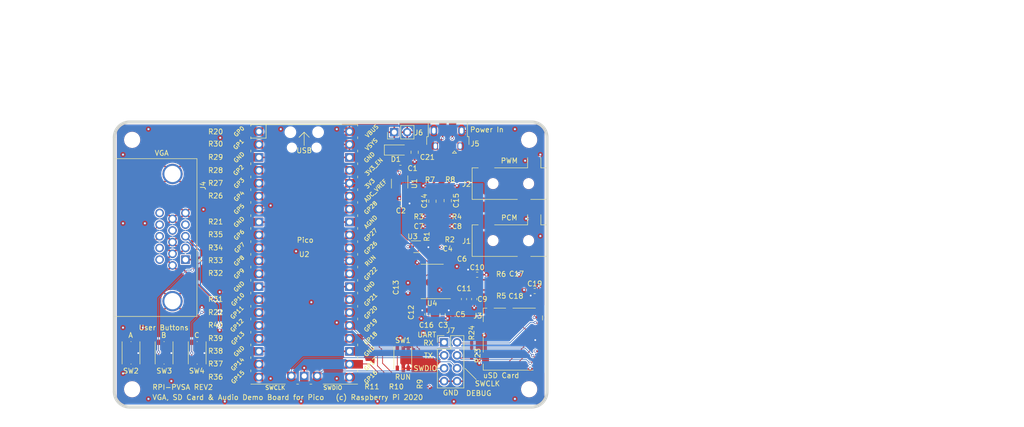
<source format=kicad_pcb>
(kicad_pcb (version 20221018) (generator pcbnew)
  (title_block (title "RPI-PVSA   VGA, SD Card & Audio Demo Board for Pico") (date "2020-07-10") (rev "REV2") (company "Raspberry Pi (Trading) Ltd") (comment 1 "(c) Raspberry Pi 2020"))
  (layers (0 "F.Cu" signal) (1 "In1.Cu" signal) (2 "In2.Cu" signal) (31 "B.Cu" signal) (34 "B.Paste" user) (35 "F.Paste" user) (36 "B.SilkS" user "B.Silkscreen") (37 "F.SilkS" user "F.Silkscreen") (38 "B.Mask" user) (39 "F.Mask" user) (44 "Edge.Cuts" user))
  (net 0 "")
  (net 1 "GND")
  (net 2 "/VSYS")
  (net 3 "+3.3VA")
  (net 4 "/PWM_LL")
  (net 5 "/PWM_RR")
  (net 6 "Net-(U4-VNEG)")
  (net 7 "Net-(U4-CAPP)")
  (net 8 "Net-(U4-CAPM)")
  (net 9 "+3.3V")
  (net 10 "Net-(U4-LDOO)")
  (net 11 "/PWM_AUDIO_L")
  (net 12 "/PWM_AUDIO_R")
  (net 13 "/PCM_AUDIO_R")
  (net 14 "/PCM_AUDIO_L")
  (net 15 "/SD_DAT1")
  (net 16 "/SD_DAT2")
  (net 22 "/VGA_B")
  (net 23 "/VGA_G")
  (net 24 "/VGA_R")
  (net 25 "/PWM_L")
  (net 26 "/PWM_R")
  (net 27 "/PCM_L")
  (net 28 "/PCM_R")
  (net 29 "/GPIO5")
  (net 30 "/GPIO16")
  (net 31 "/GPIO17")
  (net 32 "/GPIO18")
  (net 33 "/GPIO19")
  (net 34 "/GPIO20")
  (net 35 "/GPIO21")
  (net 36 "/GPIO22")
  (net 37 "/GPIO26")
  (net 38 "/GPIO27")
  (net 39 "/GPIO28")
  (net 40 "Net-(R20-Pad2)")
  (net 41 "/GPIO0")
  (net 42 "Net-(R21-Pad2)")
  (net 43 "/GPIO6")
  (net 44 "Net-(R22-Pad2)")
  (net 45 "/GPIO11")
  (net 46 "/GPIO4")
  (net 47 "/GPIO3")
  (net 48 "/GPIO2")
  (net 49 "/GPIO1")
  (net 50 "/GPIO10")
  (net 51 "/GPIO9")
  (net 52 "/GPIO8")
  (net 53 "/GPIO7")
  (net 54 "/GPIO15")
  (net 55 "/GPIO14")
  (net 56 "/GPIO13")
  (net 57 "/GPIO12")
  (net 58 "/RUN")
  (net 60 "+5V")
  (net 64 "VBUS")
  (net 69 "/VSYNC")
  (net 70 "/HSYNC")
  (net 71 "/SWCLK")
  (net 72 "/SWDIO")
  (footprint "Resistor_SMD:R_0402_1005Metric" (layer "F.Cu") (at 115.785 83.82)
    (fp_text reference "R31")
    (fp_text value "499")
  )
  (footprint "Resistor_SMD:R_0402_1005Metric" (layer "F.Cu") (at 115.785 88.9)
    (fp_text reference "R40")
    (fp_text value "8.06k")
  )
  (footprint "Resistor_SMD:R_0402_1005Metric" (layer "F.Cu") (at 115.785 91.44)
    (fp_text reference "R39")
    (fp_text value "4.02k")
  )
  (footprint "Resistor_SMD:R_0402_1005Metric" (layer "F.Cu") (at 115.785 93.98)
    (fp_text reference "R38")
    (fp_text value "2k")
  )
  (footprint "Resistor_SMD:R_0402_1005Metric" (layer "F.Cu") (at 115.785 78.74)
    (fp_text reference "R32")
    (fp_text value "1k")
  )
  (footprint "Resistor_SMD:R_0402_1005Metric" (layer "F.Cu") (at 115.785 99.06)
    (fp_text reference "R36")
    (fp_text value "499")
  )
  (footprint "Resistor_SMD:R_0402_1005Metric" (layer "F.Cu") (at 115.785 71.12)
    (fp_text reference "R35")
    (fp_text value "8.06k")
  )
  (footprint "Resistor_SMD:R_0402_1005Metric" (layer "F.Cu") (at 115.785 60.96)
    (fp_text reference "R27")
    (fp_text value "1k")
  )
  (footprint "Resistor_SMD:R_0402_1005Metric" (layer "F.Cu") (at 115.785 58.42)
    (fp_text reference "R28")
    (fp_text value "2k")
  )
  (footprint "Button_Switch_SMD:SW_Push_1P1T_NO_Vertical_Wuerth_434133025816" (layer "F.Cu") (at 150.175 95.325 90)
    (fp_text reference "SW1")
    (fp_text value "SW_Push")
  )
  (footprint "Resistor_SMD:R_0402_1005Metric" (layer "F.Cu") (at 115.785 96.52)
    (fp_text reference "R37")
    (fp_text value "1k")
  )
  (footprint "Resistor_SMD:R_0402_1005Metric" (layer "F.Cu") (at 115.785 76.2)
    (fp_text reference "R33")
    (fp_text value "2k")
  )
  (footprint "Resistor_SMD:R_0402_1005Metric" (layer "F.Cu") (at 115.785 68.58 180)
    (fp_text reference "R21")
    (fp_text value "1k")
  )
  (footprint "Resistor_SMD:R_0402_1005Metric" (layer "F.Cu") (at 115.785 86.36 180)
    (fp_text reference "R22")
    (fp_text value "1k")
  )
  (footprint "Resistor_SMD:R_0402_1005Metric" (layer "F.Cu") (at 155.515 61.5)
    (fp_text reference "R7")
    (fp_text value "1.8K")
  )
  (footprint "Resistor_SMD:R_0402_1005Metric" (layer "F.Cu") (at 158 72.015 -90)
    (fp_text reference "R2")
    (fp_text value "220")
  )
  (footprint "Resistor_SMD:R_0402_1005Metric" (layer "F.Cu") (at 156 72.015 -90)
    (fp_text reference "R1")
    (fp_text value "220")
  )
  (footprint "Connector_Card:microSD_HC_Molex_104031-0811" (layer "F.Cu") (at 171.8 91.645 -90)
    (fp_text reference "J3")
    (fp_text value "Micro_SD_Card")
  )
  (footprint "RPi_Pico:CUI_SJ-3523-audio-jack" (layer "F.Cu") (at 172.4 72.3 -90)
    (fp_text reference "J1")
    (fp_text value "AudioJack3")
  )
  (footprint "Capacitor_SMD:C_0402_1005Metric" (layer "F.Cu") (at 172.485 82)
    (fp_text reference "C18")
    (fp_text value "2.2n")
  )
  (footprint "Capacitor_SMD:C_0805_2012Metric" (layer "F.Cu") (at 159 64.4375 -90)
    (fp_text reference "C15")
    (fp_text value "47u")
  )
  (footprint "Capacitor_SMD:C_0805_2012Metric" (layer "F.Cu") (at 156 64.5625 -90)
    (fp_text reference "C14")
    (fp_text value "47u")
  )
  (footprint "Capacitor_SMD:C_0603_1608Metric" (layer "F.Cu") (at 158 86.7875 -90)
    (fp_text reference "C3")
    (fp_text value "10u")
  )
  (footprint "Capacitor_SMD:C_0603_1608Metric" (layer "F.Cu") (at 164.2 83.7875 -90)
    (fp_text reference "C9")
    (fp_text value "2.2u")
  )
  (footprint "Capacitor_SMD:C_0402_1005Metric" (layer "F.Cu") (at 153 86.485 -90)
    (fp_text reference "C12")
    (fp_text value "100n")
  )
  (footprint "Capacitor_SMD:C_0402_1005Metric" (layer "F.Cu") (at 150 81.515 90)
    (fp_text reference "C13")
    (fp_text value "100n")
  )
  (footprint "Capacitor_SMD:C_0603_1608Metric" (layer "F.Cu") (at 164.7875 79)
    (fp_text reference "C10")
    (fp_text value "10u")
  )
  (footprint "Capacitor_SMD:C_0603_1608Metric" (layer "F.Cu") (at 149.7875 65 180)
    (fp_text reference "C2")
    (fp_text value "1u")
  )
  (footprint "Capacitor_SMD:C_0603_1608Metric" (layer "F.Cu") (at 155 86.7875 -90)
    (fp_text reference "C16")
    (fp_text value "10u")
  )
  (footprint "Capacitor_SMD:C_0603_1608Metric" (layer "F.Cu") (at 162.2 83.7875 90)
    (fp_text reference "C11")
    (fp_text value "2.2u")
  )
  (footprint "Capacitor_SMD:C_0402_1005Metric" (layer "F.Cu") (at 156.515 73.6)
    (fp_text reference "C4")
    (fp_text value "100n")
  )
  (footprint "Resistor_SMD:R_0402_1005Metric" (layer "F.Cu") (at 159.485 61.5 180)
    (fp_text reference "R8")
    (fp_text value "1.8K")
  )
  (footprint "Resistor_SMD:R_0402_1005Metric" (layer "F.Cu") (at 155.515 67.5)
    (fp_text reference "R3")
    (fp_text value "100")
  )
  (footprint "Capacitor_SMD:C_0402_1005Metric" (layer "F.Cu") (at 162 77.515 90)
    (fp_text reference "C6")
    (fp_text value "100n")
  )
  (footprint "Capacitor_SMD:C_0402_1005Metric" (layer "F.Cu") (at 160 86.485 -90)
    (fp_text reference "C5")
    (fp_text value "100n")
  )
  (footprint "Capacitor_SMD:C_0402_1005Metric" (layer "F.Cu") (at 158.485 69.5)
    (fp_text reference "C8")
    (fp_text value "100n")
  )
  (footprint "Resistor_SMD:R_0402_1005Metric" (layer "F.Cu") (at 169.485 80 180)
    (fp_text reference "R6")
    (fp_text value "470")
  )
  (footprint "Resistor_SMD:R_0402_1005Metric" (layer "F.Cu") (at 169.515 82 180)
    (fp_text reference "R5")
    (fp_text value "470")
  )
  (footprint "Capacitor_SMD:C_0402_1005Metric" (layer "F.Cu") (at 172.515 80)
    (fp_text reference "C17")
    (fp_text value "2.2n")
  )
  (footprint "Capacitor_SMD:C_0402_1005Metric" (layer "F.Cu") (at 155.515 69.5 180)
    (fp_text reference "C7")
    (fp_text value "100n")
  )
  (footprint "Package_TO_SOT_SMD:SOT-363_SC-70-6" (layer "F.Cu") (at 153 73.5)
    (fp_text reference "U3")
    (fp_text value "NC7WZ16P6X")
  )
  (footprint "Button_Switch_SMD:SW_Push_1P1T_NO_Vertical_Wuerth_434133025816" (layer "F.Cu") (at 103.275 94.35 -90)
    (fp_text reference "SW3")
    (fp_text value "SW_Push")
  )
  (footprint "Package_SO:TSSOP-20_4.4x6.5mm_P0.65mm" (layer "F.Cu") (at 155.95 80.325 180)
    (fp_text reference "U4")
    (fp_text value "PCM5101A")
  )
  (footprint "Package_TO_SOT_SMD:SOT-23-5" (layer "F.Cu") (at 149.55 61.1 -90)
    (fp_text reference "U1")
    (fp_text value "TLV70033_SOT23-5")
  )
  (footprint "Button_Switch_SMD:SW_Push_1P1T_NO_Vertical_Wuerth_434133025816" (layer "F.Cu") (at 109.775 94.35 -90)
    (fp_text reference "SW4")
    (fp_text value "SW_Push")
  )
  (footprint "Resistor_SMD:R_0402_1005Metric" (layer "F.Cu") (at 115.785 55.88)
    (fp_text reference "R29")
    (fp_text value "4.02k")
  )
  (footprint "Resistor_SMD:R_0402_1005Metric" (layer "F.Cu") (at 115.785 53.34)
    (fp_text reference "R30")
    (fp_text value "8.06k")
  )
  (footprint "Resistor_SMD:R_0402_1005Metric" (layer "F.Cu") (at 115.785 50.8 180)
    (fp_text reference "R20")
    (fp_text value "1k")
  )
  (footprint "Button_Switch_SMD:SW_Push_1P1T_NO_Vertical_Wuerth_434133025816" (layer "F.Cu") (at 96.775 94.35 -90)
    (fp_text reference "SW2")
    (fp_text value "SW_Push")
  )
  (footprint "Resistor_SMD:R_0402_1005Metric" (layer "F.Cu") (at 158.485 67.5 180)
    (fp_text reference "R4")
    (fp_text value "100")
  )
  (footprint "Capacitor_SMD:C_0603_1608Metric" (layer "F.Cu") (at 149.7125 58 180)
    (fp_text reference "C1")
    (fp_text value "1u")
  )
  (footprint "Capacitor_SMD:C_0805_2012Metric" (layer "F.Cu") (at 152.5 54.9375 90)
    (fp_text reference "C21")
    (fp_text value "47u")
  )
  (footprint "Connector_PinHeader_2.54mm:PinHeader_1x02_P2.54mm_Vertical" (layer "F.Cu") (at 148.5 51 90)
    (fp_text reference "J6")
    (fp_text value "Conn_01x02")
  )
  (footprint "RPi_Pico:USB_Micro-B_Amphenol_10103594-0001LF_Horizontal_modified" (layer "F.Cu") (at 159 50.7 180)
    (fp_text reference "J5")
    (fp_text value "USB_B_Micro")
  )
  (footprint "MountingHole:MountingHole_2.7mm_M2.5" (layer "F.Cu") (at 175 101.5)
    (fp_text reference "H3" hide)
    (fp_text value "MountingHole")
  )
  (footprint "MountingHole:MountingHole_2.7mm_M2.5" (layer "F.Cu") (at 97 101.5)
    (fp_text reference "H4" hide)
    (fp_text value "MountingHole")
  )
  (footprint "MountingHole:MountingHole_2.7mm_M2.5" (layer "F.Cu") (at 175 52.5)
    (fp_text reference "H1" hide)
    (fp_text value "MountingHole")
  )
  (footprint "RPi_Pico:MBR120_SOD-123" (layer "F.Cu") (at 148.85 54.5)
    (fp_text reference "D1")
    (fp_text value "MBR120")
  )
  (footprint "RPi_Pico:CUI_SJ-3523-audio-jack" (layer "F.Cu") (at 172.4 61.1 -90)
    (fp_text reference "J2")
    (fp_text value "AudioJack3")
  )
  (footprint "Resistor_SMD:R_0402_1005Metric" (layer "F.Cu") (at 115.785 63.5)
    (fp_text reference "R26")
    (fp_text value "499")
  )
  (footprint "MountingHole:MountingHole_2.7mm_M2.5" (layer "F.Cu") (at 97 52.5)
    (fp_text reference "H2" hide)
    (fp_text value "MountingHole")
  )
  (footprint "Connector_PinHeader_2.54mm:PinHeader_2x04_P2.54mm_Vertical" (layer "F.Cu") (at 158.3 92.3)
    (fp_text reference "J7")
    (fp_text value "Conn_02x03_Odd_Even")
  )
  (footprint "Capacitor_SMD:C_0603_1608Metric" (layer "F.Cu") (at 176.0875 82.2)
    (fp_text reference "C19")
    (fp_text value "10u")
  )
  (footprint "Resistor_SMD:R_0402_1005Metric" (layer "F.Cu") (at 147 100.285 90)
    (fp_text reference "R10")
    (fp_text value "47")
  )
  (footprint "Resistor_SMD:R_0402_1005Metric" (layer "F.Cu") (at 154.7 100.485 90)
    (fp_text reference "R9")
    (fp_text value "DNF")
  )
  (footprint "Resistor_SMD:R_0402_1005Metric" (layer "F.Cu") (at 145.8 100.285 90)
    (fp_text reference "R11")
    (fp_text value "47")
  )
  (footprint "Resistor_SMD:R_0402_1005Metric" (layer "F.Cu") (at 163.7 92.885 -90)
    (fp_text reference "R23")
    (fp_text value "10k")
  )
  (footprint "Resistor_SMD:R_0402_1005Metric" (layer "F.Cu") (at 163.7 94.885 90)
    (fp_text reference "R24")
    (fp_text value "10k")
  )
  (footprint "Resistor_SMD:R_0402_1005Metric" (layer "F.Cu") (at 115.785 73.66)
    (fp_text reference "R34")
    (fp_text value "4.02k")
  )
  (footprint "RPi_Pico:DSUB-15-L77HDE15SD1CH4F" (layer "F.Cu") (at 93.5 71.7 90)
    (fp_text reference "J4")
    (fp_text value "L77HDE15SD1CH4F")
  )
  (footprint "RaspberryPi_Pico_SMD:RPi_Pico_SMD" (layer "F.Cu") (at 130.81 75)
    (fp_text reference "U2")
    (fp_text value "Pico")
  )
  (gr_line (start 129.8 52) (end 130.8 51) (stroke (width 0.12)) (layer "F.SilkS"))
  (gr_line (start 131.8 52) (end 130.8 51) (stroke (width 0.12)) (layer "F.SilkS"))
  (gr_line (start 162.4 97.4) (end 164.6 99.6) (stroke (width 0.12)) (layer "F.SilkS"))
  (gr_line (start 130.8 51) (end 129.8 52) (stroke (width 0.12)) (layer "F.SilkS"))
  (gr_line (start 130.8 53.6) (end 130.8 51) (stroke (width 0.12)) (layer "F.SilkS"))
  (gr_line (start 96.5 49) (end 96.5 49) (stroke (width 0.05)) (layer "Edge.Cuts"))
  (gr_line (start 96.5 49) (end 175.5 49) (stroke (width 0.6)) (layer "Edge.Cuts"))
  (gr_arc (start 175.5 49) (mid 177.62132 49.87868) (end 178.5 52) (stroke (width 0.6)) (layer "Edge.Cuts"))
  (gr_line (start 178.5 52) (end 178.5 102) (stroke (width 0.6)) (layer "Edge.Cuts"))
  (gr_line (start 175.5 105) (end 96.5 105) (stroke (width 0.6)) (layer "Edge.Cuts"))
  (gr_line (start 93.5 102) (end 93.5 52) (stroke (width 0.6)) (layer "Edge.Cuts"))
  (gr_arc (start 178.5 102) (mid 177.62132 104.12132) (end 175.5 105) (stroke (width 0.6)) (layer "Edge.Cuts"))
  (gr_arc (start 96.5 105) (mid 94.37868 104.12132) (end 93.5 102) (stroke (width 0.6)) (layer "Edge.Cuts"))
  (gr_arc (start 93.5 52) (mid 94.37868 49.87868) (end 96.5 49) (stroke (width 0.6)) (layer "Edge.Cuts"))
  (gr_text "VGA, SD Card & Audio Demo Board for Pico   (c) Raspberry Pi 2020" (at 100.9 103.1) (layer "F.SilkS") (effects (font (size 1 1)) (justify left)))
  (gr_text "RPI-PVSA REV2" (at 100.9 101.1) (layer "F.SilkS") (effects (font (size 1 1)) (justify left)))
  (gr_text "SWDIO" (at 154.6 97.4) (layer "F.SilkS") (effects (font (size 1 1))))
  (gr_text "Power In\n" (at 166.7 50.5) (layer "F.SilkS") (effects (font (size 1 1))))
  (gr_text "C" (at 109.7 90.9) (layer "F.SilkS") (effects (font (size 1 1))))
  (gr_text "SWCLK" (at 166.8 100.4) (layer "F.SilkS") (effects (font (size 1 1))))
  (gr_text "uSD Card" (at 169.5 98.8) (layer "F.SilkS") (effects (font (size 1 1))))
  (gr_text "Pico" (at 131 72.2) (layer "F.SilkS") (effects (font (size 1 1))))
  (gr_text "PWM" (at 171.1 56.6) (layer "F.SilkS") (effects (font (size 1 1))))
  (gr_text "VGA" (at 102.8 55.1) (layer "F.SilkS") (effects (font (size 1 1))))
  (gr_text "A" (at 96.7 90.9) (layer "F.SilkS") (effects (font (size 1 1))))
  (gr_text "B" (at 103.2 90.9) (layer "F.SilkS") (effects (font (size 1 1))))
  (gr_text "RUN" (at 150.2 99.1) (layer "F.SilkS") (effects (font (size 1 1))))
  (gr_text "GND" (at 159.6 102.2) (layer "F.SilkS") (effects (font (size 1 1))))
  (gr_text "PCM" (at 171.1 67.8) (layer "F.SilkS") (effects (font (size 1 1))))
  (gr_text "DEBUG" (at 165.1 102.3) (layer "F.SilkS") (effects (font (size 1 1))))
  (gr_text "User Buttons" (at 103.2 89.4) (layer "F.SilkS") (effects (font (size 1 1))))
  (gr_text "USB" (at 130.8 54.6) (layer "F.SilkS") (effects (font (size 1 1))))
  (gr_text "UART" (at 154.9 90.8) (layer "F.SilkS") (effects (font (size 1 1))))
  (gr_text "TX" (at 155.2 94.9) (layer "F.SilkS") (effects (font (size 1 1))))
  (gr_text "RX" (at 155.2 92.4) (layer "F.SilkS") (effects (font (size 1 1))))
  (segment (start 164.2 85.0125) (end 164.2 85.5) (width 0.15) (layer "F.Cu") (net 1))
  (segment (start 149.5 59) (end 149.5 58.9) (width 0.3) (layer "F.Cu") (net 1))
  (segment (start 150 80.735) (end 150 81.03) (width 0.15) (layer "F.Cu") (net 1))
  (segment (start 162 77.03) (end 161.17 77.03) (width 0.15) (layer "F.Cu") (net 1))
  (segment (start 153 77.4) (end 153 77.025) (width 0.15) (layer "F.Cu") (net 1))
  (segment (start 155.03 67.5) (end 154.2 67.5) (width 0.15) (layer "F.Cu") (net 1))
  (segment (start 153 86.97) (end 153.17 86.97) (width 0.15) (layer "F.Cu") (net 1))
  (segment (start 153 77.025) (end 153 76.6) (width 0.15) (layer "F.Cu") (net 1))
  (segment (start 172.97 82) (end 174 82) (width 0.15) (layer "F.Cu") (net 1))
  (segment (start 157.45 81.95) (end 157.4 82) (width 0.5) (layer "F.Cu") (net 1))
  (segment (start 176.24 94.04) (end 176.2 94) (width 0.3) (layer "F.Cu") (net 1))
  (segment (start 153 80.65) (end 151.25 80.65) (width 0.5) (layer "F.Cu") (net 1))
  (segment (start 148.925 58) (end 148.925 58.325) (width 0.3) (layer "F.Cu") (net 1))
  (segment (start 155 87.575) (end 154.525 87.575) (width 0.15) (layer "F.Cu") (net 1))
  (segment (start 158 50.45) (end 158 52) (width 0.3) (layer "F.Cu") (net 1))
  (segment (start 151.15 80.65) (end 151.2 80.6) (width 0.15) (layer "F.Cu") (net 1))
  (segment (start 173 80) (end 173 79) (width 0.15) (layer "F.Cu") (net 1))
  (segment (start 153 78.05) (end 153 77.4) (width 0.15) (layer "F.Cu") (net 1))
  (segment (start 148.925 58.325) (end 149.5 58.9) (width 0.3) (layer "F.Cu") (net 1))
  (segment (start 153 80.65) (end 151.15 80.65) (width 0.15) (layer "F.Cu") (net 1))
  (segment (start 176 68) (end 174.75 68) (width 0.15) (layer "F.Cu") (net 1))
  (segment (start 158.9 77.4) (end 160.8 77.4) (width 0.5) (layer "F.Cu") (net 1))
  (segment (start 155.03 61.5) (end 154.2 61.5) (width 0.15) (layer "F.Cu") (net 1))
  (segment (start 154.7 100.97) (end 155.47 100.97) (width 0.15) (layer "F.Cu") (net 1))
  (segment (start 176.875 82.2) (end 176.875 81.225) (width 0.15) (layer "F.Cu") (net 1))
  (segment (start 159.97 61.5) (end 160.8 61.5) (width 0.15) (layer "F.Cu") (net 1))
  (segment (start 177.25 94.04) (end 176.24 94.04) (width 0.3) (layer "F.Cu") (net 1))
  (segment (start 159.58 86.97) (end 158.975 87.575) (width 0.15) (layer "F.Cu") (net 1))
  (segment (start 155.03 69.5) (end 154.2 69.5) (width 0.15) (layer "F.Cu") (net 1))
  (segment (start 164.2 84.575) (end 164.2 85.0125) (width 0.15) (layer "F.Cu") (net 1))
  (segment (start 152.5 55.875) (end 152.5 56.8) (width 0.3) (layer "F.Cu") (net 1))
  (segment (start 153 78.05) (end 153 76.6) (width 0.5) (layer "F.Cu") (net 1))
  (segment (start 166.425 95.375) (end 165.6 95.375) (width 0.15) (layer "F.Cu") (net 1))
  (segment (start 158 87.575) (end 158.975 87.575) (width 0.15) (layer "F.Cu") (net 1))
  (segment (start 149.4 64.1) (end 149.5 64) (width 0.3) (layer "F.Cu") (net 1))
  (segment (start 159.92 50.45) (end 159.92 52) (width 0.3) (layer "F.Cu") (net 1))
  (segment (start 174.75 68) (end 174.4 68) (width 0.15) (layer "F.Cu") (net 1))
  (segment (start 165.2 95.775) (end 165.2 96.4) (width 0.15) (layer "F.Cu") (net 1))
  (segment (start 158.9 78.05) (end 158.9 77.4) (width 0.5) (layer "F.Cu") (net 1))
  (segment (start 174.75 56.6) (end 174.2 56.6) (width 0.15) (layer "F.Cu") (net 1))
  (segment (start 149 64.525) (end 149.4 64.125) (width 0.3) (layer "F.Cu") (net 1))
  (segment (start 158.97 67.5) (end 159.8 67.5) (width 0.15) (layer "F.Cu") (net 1))
  (segment (start 159.9 52.02) (end 159.9 52.2) (width 0.3) (layer "F.Cu") (net 1))
  (segment (start 151.15 80.65) (end 150.085 80.65) (width 0.15) (layer "F.Cu") (net 1))
  (segment (start 150.085 80.65) (end 150 80.735) (width 0.15) (layer "F.Cu") (net 1))
  (segment (start 177.125 86.08) (end 176.02 86.08) (width 0.15) (layer "F.Cu") (net 1))
  (segment (start 157.66 52.54) (end 158 52.2) (width 0.3) (layer "F.Cu") (net 1))
  (segment (start 158.9 81.95) (end 157.45 81.95) (width 0.5) (layer "F.Cu") (net 1))
  (segment (start 165.6 95.375) (end 165.2 95.775) (width 0.15) (layer "F.Cu") (net 1))
  (segment (start 149.55 59.05) (end 149.5 59) (width 0.3) (layer "F.Cu") (net 1))
  (segment (start 149.4 64.125) (end 149.4 64.1) (width 0.3) (layer "F.Cu") (net 1))
  (segment (start 157 73.6) (end 157.8 73.6) (width 0.15) (layer "F.Cu") (net 1))
  (segment (start 153.17 86.97) (end 153.8 87.6) (width 0.15) (layer "F.Cu") (net 1))
  (segment (start 154.5 87.6) (end 153.8 87.6) (width 0.15) (layer "F.Cu") (net 1))
  (segment (start 149 65) (end 149 64.525) (width 0.3) (layer "F.Cu") (net 1))
  (segment (start 151.25 80.65) (end 151.2 80.6) (width 0.5) (layer "F.Cu") (net 1))
  (segment (start 158 52) (end 158 52.2) (width 0.3) (layer "F.Cu") (net 1))
  (segment (start 154.525 87.575) (end 154.5 87.6) (width 0.15) (layer "F.Cu") (net 1))
  (segment (start 160 86.97) (end 159.58 86.97) (width 0.15) (layer "F.Cu") (net 1))
  (segment (start 165.575 79) (end 166.6 79) (width 0.15) (layer "F.Cu") (net 1))
  (segment (start 149.55 60) (end 149.55 59.05) (width 0.3) (layer "F.Cu") (net 1))
  (segment (start 159.92 52) (end 159.9 52.02) (width 0.3) (layer "F.Cu") (net 1))
  (segment (start 176 56.6) (end 174.75 56.6) (width 0.15) (layer "F.Cu") (net 1))
  (segment (start 176.87 86.4) (end 176.875 86.405) (width 0.5) (layer "F.Cu") (net 1))
  (segment (start 152.05 73.5) (end 151.2 73.5) (width 0.5) (layer "F.Cu") (net 1))
  (segment (start 166.425 89.405) (end 166.425 90.675) (width 0.15) (layer "F.Cu") (net 1))
  (segment (start 176.02 86.08) (end 176.02 87.4) (width 0.15) (layer "F.Cu") (net 1))
  (segment (start 161.17 77.03) (end 160.8 77.4) (width 0.15) (layer "F.Cu") (net 1))
  (segment (start 158.97 69.5) (end 159.8 69.5) (width 0.15) (layer "F.Cu") (net 1))
  (segment (start 166.425 90.675) (end 166.2 90.9) (width 0.15) (layer "F.Cu") (net 1))
  (segment (start 153 82.6) (end 151.2 82.6) (width 0.5) (layer "F.Cu") (net 1))
  (segment (start 176.9 97.4) (end 175.2 97.4) (width 0.15) (layer "F.Cu") (net 1))
  (segment (start 157.66 53.6) (end 157.66 52.54) (width 0.3) (layer "F.Cu") (net 1))
  (via (at 126.2 50.4) (size 0.6) (drill 0.35) (layers "F.Cu" "B.Cu") (net 1))
  (via (at 137.2 50.4) (size 0.6) (drill 0.35) (layers "F.Cu" "B.Cu") (net 1))
  (via (at 124.2 65.4) (size 0.6) (drill 0.35) (layers "F.Cu" "B.Cu") (net 1))
  (via (at 132.2 84.4) (size 0.6) (drill 0.35) (layers "F.Cu" "B.Cu") (net 1))
  (via (at 137.2 88.4) (size 0.6) (drill 0.35) (layers "F.Cu" "B.Cu") (net 1))
  (via (at 129.2 74.4) (size 0.6) (drill 0.35) (layers "F.Cu" "B.Cu") (net 1))
  (via (at 124.2 99.4) (size 0.6) (drill 0.35) (layers "F.Cu" "B.Cu") (net 1))
  (via (at 137.2 99.4) (size 0.6) (drill 0.35) (layers "F.Cu" "B.Cu") (net 1))
  (via (at 95.2 89.4) (size 0.6) (drill 0.35) (layers "F.Cu" "B.Cu") (net 1))
  (via (at 95.2 98.4) (size 0.6) (drill 0.35) (layers "F.Cu" "B.Cu") (net 1))
  (via (at 100.2 103.4) (size 0.6) (drill 0.35) (layers "F.Cu" "B.Cu") (net 1))
  (via (at 115.2 103.9) (size 0.6) (drill 0.35) (layers "F.Cu" "B.Cu") (net 1))
  (via (at 130.2 103.9) (size 0.6) (drill 0.35) (layers "F.Cu" "B.Cu") (net 1))
  (via (at 145.2 103.9) (size 0.6) (drill 0.35) (layers "F.Cu" "B.Cu") (net 1))
  (via (at 160.2 103.9) (size 0.6) (drill 0.35) (layers "F.Cu" "B.Cu") (net 1))
  (via (at 172.2 103.4) (size 0.6) (drill 0.35) (layers "F.Cu" "B.Cu") (net 1))
  (via (at 100.2 50.4) (size 0.6) (drill 0.35) (layers "F.Cu" "B.Cu") (net 1))
  (via (at 95.2 55.4) (size 0.6) (drill 0.35) (layers "F.Cu" "B.Cu") (net 1))
  (via (at 95.2 68.9) (size 0.6) (drill 0.35) (layers "F.Cu" "B.Cu") (net 1))
  (via (at 172.2 50.4) (size 0.6) (drill 0.35) (layers "F.Cu" "B.Cu") (net 1))
  (via (at 177.2 55.4) (size 0.6) (drill 0.35) (layers "F.Cu" "B.Cu") (net 1))
  (via (at 177.2 71.4) (size 0.6) (drill 0.35) (layers "F.Cu" "B.Cu") (net 1))
  (via (at 154.2 90.4) (size 0.6) (drill 0.35) (layers "F.Cu" "B.Cu") (net 1))
  (via (at 149.7 91.4) (size 0.6) (drill 0.35) (layers "F.Cu" "B.Cu") (net 1))
  (via (at 110.7 85.4) (size 0.6) (drill 0.35) (layers "F.Cu" "B.Cu") (net 1))
  (via (at 114.2 82.4) (size 0.6) (drill 0.35) (layers "F.Cu" "B.Cu") (net 1))
  (via (at 114.2 89.9) (size 0.6) (drill 0.35) (layers "F.Cu" "B.Cu") (net 1))
  (via (at 104.7 99.9) (size 0.6) (drill 0.35) (layers "F.Cu" "B.Cu") (net 1))
  (via (at 130.8 97.3) (size 0.6) (drill 0.35) (layers "F.Cu" "B.Cu") (net 1))
  (via (at 99.5 68.9) (size 0.6) (drill 0.35) (layers "F.Cu" "B.Cu") (net 1))
  (via (at 99.1 89.4) (size 0.6) (drill 0.35) (layers "F.Cu" "B.Cu") (net 1))
  (via (at 114.3 52.1) (size 0.6) (drill 0.35) (layers "F.Cu" "B.Cu") (net 1))
  (via (at 111 66.2) (size 0.6) (drill 0.35) (layers "F.Cu" "B.Cu") (net 1))
  (via (at 159.8 67.5) (size 0.6) (drill 0.35) (layers "F.Cu" "B.Cu") (net 1))
  (via (at 157.8 73.6) (size 0.6) (drill 0.35) (layers "F.Cu" "B.Cu") (net 1))
  (via (at 176.2 94) (size 0.6) (drill 0.35) (layers "F.Cu" "B.Cu") (net 1))
  (via (at 165.2 96.4) (size 0.6) (drill 0.35) (layers "F.Cu" "B.Cu") (net 1))
  (via (at 158 52.2) (size 0.6) (drill 0.35) (layers "F.Cu" "B.Cu") (net 1))
  (via (at 174.2 56.6) (size 0.6) (drill 0.35) (layers "F.Cu" "B.Cu") (net 1))
  (via (at 173 79) (size 0.6) (drill 0.35) (layers "F.Cu" "B.Cu") (net 1))
  (via (at 175.2 97.4) (size 0.6) (drill 0.35) (layers "F.Cu" "B.Cu") (net 1))
  (via (at 176.02 87.4) (size 0.6) (drill 0.35) (layers "F.Cu" "B.Cu") (net 1))
  (via (at 176.875 81.225) (size 0.6) (drill 0.35) (layers "F.Cu" "B.Cu") (net 1))
  (via (at 152.5 56.8) (size 0.6) (drill 0.35) (layers "F.Cu" "B.Cu") (net 1))
  (via (at 157.4 82) (size 0.6) (drill 0.35) (layers "F.Cu" "B.Cu") (net 1))
  (via (at 153.8 87.6) (size 0.6) (drill 0.35) (layers "F.Cu" "B.Cu") (net 1))
  (via (at 174 82) (size 0.6) (drill 0.35) (layers "F.Cu" "B.Cu") (net 1))
  (via (at 160.8 61.5) (size 0.6) (drill 0.35) (layers "F.Cu" "B.Cu") (net 1))
  (via (at 159.8 69.5) (size 0.6) (drill 0.35) (layers "F.Cu" "B.Cu") (net 1))
  (via (at 154.2 67.5) (size 0.6) (drill 0.35) (layers "F.Cu" "B.Cu") (net 1))
  (via (at 159.9 52.2) (size 0.6) (drill 0.35) (layers "F.Cu" "B.Cu") (net 1))
  (via (at 160.8 77.4) (size 0.6) (drill 0.35) (layers "F.Cu" "B.Cu") (net 1))
  (via (at 164.2 85.5) (size 0.6) (drill 0.35) (layers "F.Cu" "B.Cu") (net 1))
  (via (at 151.2 80.6) (size 0.6) (drill 0.35) (layers "F.Cu" "B.Cu") (net 1))
  (via (at 154.2 69.5) (size 0.6) (drill 0.35) (layers "F.Cu" "B.Cu") (net 1))
  (via (at 174.4 68) (size 0.6) (drill 0.35) (layers "F.Cu" "B.Cu") (net 1))
  (via (at 149.5 64) (size 0.6) (drill 0.35) (layers "F.Cu" "B.Cu") (net 1))
  (via (at 166.6 79) (size 0.6) (drill 0.35) (layers "F.Cu" "B.Cu") (net 1))
  (via (at 166.2 90.9) (size 0.6) (drill 0.35) (layers "F.Cu" "B.Cu") (net 1))
  (via (at 154.2 61.5) (size 0.6) (drill 0.35) (layers "F.Cu" "B.Cu") (net 1))
  (via (at 151.2 82.6) (size 0.6) (drill 0.35) (layers "F.Cu" "B.Cu") (net 1))
  (via (at 158.975 87.575) (size 0.6) (drill 0.35) (layers "F.Cu" "B.Cu") (net 1))
  (via (at 153 76.6) (size 0.6) (drill 0.35) (layers "F.Cu" "B.Cu") (net 1))
  (via (at 149.5 58.9) (size 0.6) (drill 0.35) (layers "F.Cu" "B.Cu") (net 1))
  (via (at 151.2 73.5) (size 0.6) (drill 0.35) (layers "F.Cu" "B.Cu") (net 1))
  (via (at 155.47 100.97) (size 0.6) (drill 0.35) (layers "F.Cu" "B.Cu") (net 1))
  (segment (start 150.575 62.275) (end 150.5 62.2) (width 0.5) (layer "F.Cu") (net 3))
  (segment (start 160 84.35) (end 158.9 83.25) (width 0.5) (layer "F.Cu") (net 3))
  (segment (start 155.1 73.5) (end 155.93 73.5) (width 0.5) (layer "F.Cu") (net 3))
  (segment (start 162 78) (end 163 78) (width 0.5) (layer "F.Cu") (net 3))
  (segment (start 160 86) (end 159.20001 86) (width 0.5) (layer "F.Cu") (net 3))
  (segment (start 161.3 78.7) (end 162 78) (width 0.5) (layer "F.Cu") (net 3))
  (segment (start 155.93 73.5) (end 156.03 73.6) (width 0.5) (layer "F.Cu") (net 3))
  (segment (start 160 86) (end 160 84.35) (width 0.5) (layer "F.Cu") (net 3))
  (segment (start 153.95 73.5) (end 155.1 73.5) (width 0.5) (layer "F.Cu") (net 3))
  (segment (start 155.1 73.5) (end 155.2 73.6) (width 0.5) (layer "F.Cu") (net 3))
  (segment (start 158 86) (end 159.20001 86) (width 0.5) (layer "F.Cu") (net 3))
  (segment (start 150.575 65) (end 151.5 65) (width 0.5) (layer "F.Cu") (net 3))
  (segment (start 163 78) (end 164 79) (width 0.5) (layer "F.Cu") (net 3))
  (segment (start 158.9 78.7) (end 161.3 78.7) (width 0.5) (layer "F.Cu") (net 3))
  (segment (start 150.575 65) (end 150.575 62.275) (width 0.5) (layer "F.Cu") (net 3))
  (via (at 159.20001 86) (size 0.6) (drill 0.35) (layers "F.Cu" "B.Cu") (net 3))
  (via (at 163 78) (size 0.6) (drill 0.35) (layers "F.Cu" "B.Cu") (net 3))
  (via (at 155.2 73.6) (size 0.6) (drill 0.35) (layers "F.Cu" "B.Cu") (net 3))
  (via (at 151.5 65) (size 0.6) (drill 0.35) (layers "F.Cu" "B.Cu") (net 3))
  (segment (start 156 67.5) (end 156 65.5) (width 0.15) (layer "F.Cu") (net 4))
  (segment (start 156 69.5) (end 156 67.5) (width 0.15) (layer "F.Cu") (net 4))
  (segment (start 156 71.53) (end 156 69.5) (width 0.3) (layer "F.Cu") (net 4))
  (segment (start 156 65.5) (end 156 69.5) (width 0.3) (layer "F.Cu") (net 4))
  (segment (start 158 66.375) (end 159 65.375) (width 0.3) (layer "F.Cu") (net 5))
  (segment (start 158 67.5) (end 158 66.375) (width 0.3) (layer "F.Cu") (net 5))
  (segment (start 158 71.53) (end 158 69.5) (width 0.3) (layer "F.Cu") (net 5))
  (segment (start 158 69.5) (end 158 67.5) (width 0.3) (layer "F.Cu") (net 5))
  (segment (start 164.2 82.5625) (end 162.2875 80.65) (width 0.15) (layer "F.Cu") (net 6))
  (segment (start 162.2875 80.65) (end 159.775 80.65) (width 0.15) (layer "F.Cu") (net 6))
  (segment (start 164.2 83) (end 164.2 82.5625) (width 0.15) (layer "F.Cu") (net 6))
  (segment (start 159.775 80.65) (end 158.9 80.65) (width 0.15) (layer "F.Cu") (net 6))
  (segment (start 161.725 84.575) (end 159.75 82.6) (width 0.15) (layer "F.Cu") (net 7))
  (segment (start 159.75 82.6) (end 158.9 82.6) (width 0.15) (layer "F.Cu") (net 7))
  (segment (start 162.2 84.575) (end 161.725 84.575) (width 0.15) (layer "F.Cu") (net 7))
  (segment (start 162.2 83) (end 162.2 82.5625) (width 0.15) (layer "F.Cu") (net 8))
  (segment (start 160.9375 81.3) (end 159.775 81.3) (width 0.15) (layer "F.Cu") (net 8))
  (segment (start 162.2 82.5625) (end 160.9375 81.3) (width 0.15) (layer "F.Cu") (net 8))
  (segment (start 159.775 81.3) (end 158.9 81.3) (width 0.15) (layer "F.Cu") (net 8))
  (segment (start 154.3 81.3) (end 154.6 81.6) (width 0.2) (layer "F.Cu") (net 9))
  (segment (start 97.85 94.75) (end 98.2 94.4) (width 0.15) (layer "F.Cu") (net 9))
  (segment (start 163.7 93.37) (end 163.7 94.4) (width 0.15) (layer "F.Cu") (net 9))
  (segment (start 98 94.4) (end 98.2 94.4) (width 0.15) (layer "F.Cu") (net 9))
  (segment (start 110.85 96.425) (end 110.85 94.75) (width 0.15) (layer "F.Cu") (net 9))
  (segment (start 177.25 91.84) (end 176.2 91.84) (width 0.3) (layer "F.Cu") (net 9))
  (segment (start 104.35 96.425) (end 104.35 94.75) (width 0.15) (layer "F.Cu") (net 9))
  (segment (start 155 86) (end 154 86) (width 0.5) (layer "F.Cu") (net 9))
  (segment (start 153 81.3) (end 154.3 81.3) (width 0.2) (layer "F.Cu") (net 9))
  (segment (start 97.85 94.25) (end 98 94.4) (width 0.15) (layer "F.Cu") (net 9))
  (segment (start 110.85 94.75) (end 111.2 94.4) (width 0.15) (layer "F.Cu") (net 9))
  (segment (start 163.7 94.4) (end 164.699996 94.4) (width 0.15) (layer "F.Cu") (net 9))
  (segment (start 104.35 92.275) (end 104.35 94.05) (width 0.15) (layer "F.Cu") (net 9))
  (segment (start 104.35 94.05) (end 104.7 94.4) (width 0.15) (layer "F.Cu") (net 9))
  (segment (start 110.85 94.05) (end 111.2 94.4) (width 0.15) (layer "F.Cu") (net 9))
  (segment (start 154.6 83) (end 154.6 81.6) (width 0.2) (layer "F.Cu") (net 9))
  (segment (start 164.699996 94.4) (end 164.7 94.399996) (width 0.15) (layer "F.Cu") (net 9))
  (segment (start 154 86) (end 153 86) (width 0.5) (layer "F.Cu") (net 9))
  (segment (start 110.85 92.275) (end 110.85 94.05) (width 0.15) (layer "F.Cu") (net 9))
  (segment (start 154.35 83.25) (end 154.6 83) (width 0.2) (layer "F.Cu") (net 9))
  (segment (start 97.85 92.275) (end 97.85 94.25) (width 0.15) (layer "F.Cu") (net 9))
  (segment (start 153 83.25) (end 154.35 83.25) (width 0.2) (layer "F.Cu") (net 9))
  (segment (start 175.3 82.2) (end 175.3 82.675) (width 0.15) (layer "F.Cu") (net 9))
  (segment (start 97.85 96.425) (end 97.85 94.75) (width 0.15) (layer "F.Cu") (net 9))
  (segment (start 153 83.25) (end 153 86) (width 0.5) (layer "F.Cu") (net 9))
  (segment (start 104.35 94.75) (end 104.7 94.4) (width 0.15) (layer "F.Cu") (net 9))
  (segment (start 175.3 82.675) (end 175.3 83.1) (width 0.15) (layer "F.Cu") (net 9))
  (via (at 104.7 94.4) (size 0.6) (drill 0.35) (layers "F.Cu" "B.Cu") (net 9))
  (via (at 111.2 94.4) (size 0.6) (drill 0.35) (layers "F.Cu" "B.Cu") (net 9))
  (via (at 98.2 94.4) (size 0.6) (drill 0.35) (layers "F.Cu" "B.Cu") (net 9))
  (via (at 176.2 91.84) (size 0.6) (drill 0.35) (layers "F.Cu" "B.Cu") (net 9))
  (via (at 164.7 94.399996) (size 0.6) (drill 0.35) (layers "F.Cu" "B.Cu") (net 9))
  (via (at 154 86) (size 0.6) (drill 0.35) (layers "F.Cu" "B.Cu") (net 9))
  (via (at 175.3 83.1) (size 0.6) (drill 0.35) (layers "F.Cu" "B.Cu") (net 9))
  (segment (start 153 81.95) (end 150.05 81.95) (width 0.15) (layer "F.Cu") (net 10))
  (segment (start 150.05 81.95) (end 150 82) (width 0.15) (layer "F.Cu") (net 10))
  (segment (start 165.6 59.2) (end 166.6 58.2) (width 0.3) (layer "F.Cu") (net 11))
  (segment (start 156 61.5) (end 156 61.18) (width 0.3) (layer "F.Cu") (net 11))
  (segment (start 157.98 59.2) (end 165.6 59.2) (width 0.3) (layer "F.Cu") (net 11))
  (segment (start 156 61.18) (end 157.98 59.2) (width 0.3) (layer "F.Cu") (net 11))
  (segment (start 166.6 58.2) (end 166.6 56.6) (width 0.3) (layer "F.Cu") (net 11))
  (segment (start 156 63.625) (end 156 61.5) (width 0.3) (layer "F.Cu") (net 11))
  (segment (start 162.6 60.6) (end 166 64) (width 0.3) (layer "F.Cu") (net 12))
  (segment (start 159 61.18) (end 159.58 60.6) (width 0.3) (layer "F.Cu") (net 12))
  (segment (start 159 61.5) (end 159 61.18) (width 0.3) (layer "F.Cu") (net 12))
  (segment (start 166 64) (end 174 64) (width 0.3) (layer "F.Cu") (net 12))
  (segment (start 159 63.5) (end 159 61.5) (width 0.3) (layer "F.Cu") (net 12))
  (segment (start 159.58 60.6) (end 162.6 60.6) (width 0.3) (layer "F.Cu") (net 12))
  (segment (start 174 77.1) (end 172 79.1) (width 0.3) (layer "F.Cu") (net 13))
  (segment (start 172 79.1) (end 172 79.2) (width 0.3) (layer "F.Cu") (net 13))
  (segment (start 169.97 80) (end 172.03 80) (width 0.3) (layer "F.Cu") (net 13))
  (segment (start 172.03 80) (end 172 79.2) (width 0.3) (layer "F.Cu") (net 13))
  (segment (start 174 75.4) (end 174 77.1) (width 0.3) (layer "F.Cu") (net 13))
  (segment (start 168.8 68.5) (end 167.1 68.5) (width 0.3) (layer "F.Cu") (net 14))
  (segment (start 176.2 79.4) (end 176.2 74.8) (width 0.3) (layer "F.Cu") (net 14))
  (segment (start 167.1 68.5) (end 166.6 68) (width 0.3) (layer "F.Cu") (net 14))
  (segment (start 174.6 81) (end 176.2 79.4) (width 0.3) (layer "F.Cu") (net 14))
  (segment (start 175.2 73.8) (end 174.1 73.8) (width 0.3) (layer "F.Cu") (net 14))
  (segment (start 176.2 74.8) (end 175.2 73.8) (width 0.3) (layer "F.Cu") (net 14))
  (segment (start 170 82) (end 172 82) (width 0.3) (layer "F.Cu") (net 14))
  (segment (start 172 82) (end 172 81.68) (width 0.3) (layer "F.Cu") (net 14))
  (segment (start 172 81.68) (end 172.68 81) (width 0.3) (layer "F.Cu") (net 14))
  (segment (start 174.1 73.8) (end 168.8 68.5) (width 0.3) (layer "F.Cu") (net 14))
  (segment (start 172.68 81) (end 174.6 81) (width 0.3) (layer "F.Cu") (net 14))
  (segment (start 161.37 95.37) (end 160.84 94.84) (width 0.15) (layer "F.Cu") (net 15))
  (segment (start 175.41 96.19) (end 175.2 96.4) (width 0.15) (layer "F.Cu") (net 15))
  (segment (start 177.25 96.19) (end 175.41 96.19) (width 0.15) (layer "F.Cu") (net 15))
  (segment (start 163.7 95.37) (end 161.37 95.37) (width 0.15) (layer "F.Cu") (net 15))
  (via (at 175.2 96.4) (size 0.6) (drill 0.35) (layers "F.Cu" "B.Cu") (net 15))
  (segment (start 160.84 94.84) (end 161.689999 95.689999) (width 0.15) (layer "B.Cu") (net 15))
  (segment (start 174.900001 96.100001) (end 175.2 96.4) (width 0.15) (layer "B.Cu") (net 15))
  (segment (start 174.489999 95.689999) (end 174.900001 96.100001) (width 0.15) (layer "B.Cu") (net 15))
  (segment (start 161.689999 95.689999) (end 174.489999 95.689999) (width 0.15) (layer "B.Cu") (net 15))
  (segment (start 163.7 92.4) (end 160.94 92.4) (width 0.15) (layer "F.Cu") (net 16))
  (segment (start 160.94 92.4) (end 160.84 92.3) (width 0.15) (layer "F.Cu") (net 16))
  (segment (start 176.34 88.54) (end 176.2 88.4) (width 0.15) (layer "F.Cu") (net 16))
  (segment (start 177.25 88.54) (end 176.34 88.54) (width 0.15) (layer "F.Cu") (net 16))
  (via (at 176.2 88.4) (size 0.6) (drill 0.35) (layers "F.Cu" "B.Cu") (net 16))
  (segment (start 176.2 88.4) (end 175.2 88.4) (width 0.15) (layer "B.Cu") (net 16))
  (segment (start 160.94 92.4) (end 160.84 92.3) (width 0.15) (layer "B.Cu") (net 16))
  (segment (start 175.2 88.4) (end 171.2 92.4) (width 0.15) (layer "B.Cu") (net 16))
  (segment (start 171.2 92.4) (end 160.94 92.4) (width 0.15) (layer "B.Cu") (net 16))
  (segment (start 115.3 93.98) (end 115.3 93.66) (width 0.3) (layer "F.Cu") (net 22))
  (segment (start 115.3 93.66) (end 115.3 91.44) (width 0.3) (layer "F.Cu") (net 22))
  (segment (start 115.3 96.52) (end 115.3 93.98) (width 0.3) (layer "F.Cu") (net 22))
  (segment (start 115.3 91.44) (end 115.3 88.9) (width 0.3) (layer "F.Cu") (net 22))
  (segment (start 115.3 99.06) (end 115.3 96.52) (width 0.3) (layer "F.Cu") (net 22))
  (segment (start 115.3 88.9) (end 114.2 88.9) (width 0.3) (layer "F.Cu") (net 22))
  (via (at 114.2 88.9) (size 0.6) (drill 0.35) (layers "F.Cu" "B.Cu") (net 22))
  (segment (start 110.4 81.1) (end 110.4 74.38) (width 0.3) (layer "B.Cu") (net 22))
  (segment (start 110.4 74.38) (end 107.47 71.45) (width 0.3) (layer "B.Cu") (net 22))
  (segment (start 114.2 88.9) (end 114.2 84.9) (width 0.3) (layer "B.Cu") (net 22))
  (segment (start 114.2 84.9) (end 110.4 81.1) (width 0.3) (layer "B.Cu") (net 22))
  (segment (start 115.3 73.66) (end 115.3 73.98) (width 0.3) (layer "F.Cu") (net 23))
  (segment (start 115.3 73.98) (end 115.3 76.2) (width 0.3) (layer "F.Cu") (net 23))
  (segment (start 115.3 83.82) (end 112.92 83.82) (width 0.3) (layer "F.Cu") (net 23))
  (segment (start 115.3 78.74) (end 115.3 83.82) (width 0.3) (layer "F.Cu") (net 23))
  (segment (start 106.2 77.1) (end 106.2 75.01) (width 0.3) (layer "F.Cu") (net 23))
  (segment (start 112.92 83.82) (end 106.2 77.1) (width 0.3) (layer "F.Cu") (net 23))
  (segment (start 115.3 76.2) (end 115.3 76.52) (width 0.3) (layer "F.Cu") (net 23))
  (segment (start 115.3 71.12) (end 115.3 73.66) (width 0.3) (layer "F.Cu") (net 23))
  (segment (start 106.2 75.01) (end 107.47 73.74) (width 0.3) (layer "F.Cu") (net 23))
  (segment (start 115.3 76.52) (end 115.3 78.74) (width 0.3) (layer "F.Cu") (net 23))
  (segment (start 115.3 83.82) (end 115.005 83.82) (width 0.3) (layer "F.Cu") (net 23))
  (segment (start 108.62 76.03) (end 107.47 76.03) (width 0.3) (layer "F.Cu") (net 24))
  (segment (start 111.9 63.5) (end 109.7 65.7) (width 0.3) (layer "F.Cu") (net 24))
  (segment (start 109.7 74.95) (end 108.62 76.03) (width 0.3) (layer "F.Cu") (net 24))
  (segment (start 115.3 60.96) (end 115.3 63.5) (width 0.3) (layer "F.Cu") (net 24))
  (segment (start 115.3 53.34) (end 115.3 55.88) (width 0.3) (layer "F.Cu") (net 24))
  (segment (start 109.7 65.7) (end 109.7 74.95) (width 0.3) (layer "F.Cu") (net 24))
  (segment (start 115.3 63.5) (end 111.9 63.5) (width 0.3) (layer "F.Cu") (net 24))
  (segment (start 115.3 58.42) (end 115.3 58.74) (width 0.3) (layer "F.Cu") (net 24))
  (segment (start 115.3 55.88) (end 115.3 58.42) (width 0.3) (layer "F.Cu") (net 24))
  (segment (start 115.3 58.74) (end 115.3 60.96) (width 0.3) (layer "F.Cu") (net 24))
  (segment (start 155.65 72.85) (end 156 72.5) (width 0.3) (layer "F.Cu") (net 25))
  (segment (start 153.95 72.85) (end 155.65 72.85) (width 0.3) (layer "F.Cu") (net 25))
  (segment (start 158 74.6) (end 158.6 74) (width 0.3) (layer "F.Cu") (net 26))
  (segment (start 154.4 74.6) (end 158 74.6) (width 0.3) (layer "F.Cu") (net 26))
  (segment (start 158.6 72.78) (end 158.32 72.5) (width 0.3) (layer "F.Cu") (net 26))
  (segment (start 158.32 72.5) (end 158 72.5) (width 0.3) (layer "F.Cu") (net 26))
  (segment (start 158.6 74) (end 158.6 72.78) (width 0.3) (layer "F.Cu") (net 26))
  (segment (start 153.95 74.15) (end 154.4 74.6) (width 0.3) (layer "F.Cu") (net 26))
  (segment (start 158.9 80) (end 162.4 80) (width 0.3) (layer "F.Cu") (net 27))
  (segment (start 162.4 80) (end 164.4 82) (width 0.3) (layer "F.Cu") (net 27))
  (segment (start 164.4 82) (end 169.03 82) (width 0.3) (layer "F.Cu") (net 27))
  (segment (start 158.9 79.35) (end 162.762139 79.35) (width 0.3) (layer "F.Cu") (net 28))
  (segment (start 162.762139 79.35) (end 163.412139 80) (width 0.3) (layer "F.Cu") (net 28))
  (segment (start 163.412139 80) (end 169 80) (width 0.3) (layer "F.Cu") (net 28))
  (segment (start 131 74) (end 131 85) (width 0.15) (layer "F.Cu") (net 29))
  (segment (start 148 99.7) (end 148.3 100) (width 0.15) (layer "F.Cu") (net 29))
  (segment (start 148.3 100) (end 154.7 100) (width 0.15) (layer "F.Cu") (net 29))
  (segment (start 131 85) (end 138.7 92.7) (width 0.15) (layer "F.Cu") (net 29))
  (segment (start 143.4 92.7) (end 145.2 94.5) (width 0.15) (layer "F.Cu") (net 29))
  (segment (start 156.9 101.2) (end 167.9 101.2) (width 0.15) (layer "F.Cu") (net 29))
  (segment (start 167.9 101.2) (end 176.16 92.94) (width 0.15) (layer "F.Cu") (net 29))
  (segment (start 155.7 100) (end 156.9 101.2) (width 0.15) (layer "F.Cu") (net 29))
  (segment (start 121.92 66.04) (end 123.04 66.04) (width 0.15) (layer "F.Cu") (net 29))
  (segment (start 154.7 100) (end 155.7 100) (width 0.15) (layer "F.Cu") (net 29))
  (segment (start 145.2 94.5) (end 145.2 96.9) (width 0.15) (layer "F.Cu") (net 29))
  (segment (start 176.16 92.94) (end 177.25 92.94) (width 0.15) (layer "F.Cu") (net 29))
  (segment (start 138.7 92.7) (end 143.4 92.7) (width 0.15) (layer "F.Cu") (net 29))
  (segment (start 123.04 66.04) (end 131 74) (width 0.15) (layer "F.Cu") (net 29))
  (segment (start 145.2 96.9) (end 148 99.7) (width 0.15) (layer "F.Cu") (net 29))
  (segment (start 145.6 99.8) (end 145.8 99.8) (width 0.15) (layer "F.Cu") (net 30))
  (segment (start 139.7 99.06) (end 144.86 99.06) (width 0.15) (layer "F.Cu") (net 30))
  (segment (start 144.86 99.06) (end 145.6 99.8) (width 0.15) (layer "F.Cu") (net 30))
  (segment (start 143.62 96.52) (end 146.9 99.8) (width 0.15) (layer "F.Cu") (net 31))
  (segment (start 139.7 96.52) (end 143.62 96.52) (width 0.15) (layer "F.Cu") (net 31))
  (segment (start 146.9 99.8) (end 147 99.8) (width 0.15) (layer "F.Cu") (net 31))
  (segment (start 148.5 98.7) (end 168.4 98.7) (width 0.15) (layer "F.Cu") (net 32))
  (segment (start 146.2 96.4) (end 148.5 98.7) (width 0.15) (layer "F.Cu") (net 32))
  (segment (start 139.7 91.51) (end 143.885 91.51) (width 0.15) (layer "F.Cu") (net 32))
  (segment (start 143.885 91.51) (end 146.2 93.825) (width 0.15) (layer "F.Cu") (net 32))
  (segment (start 146.2 93.825) (end 146.2 96.4) (width 0.15) (layer "F.Cu") (net 32))
  (segment (start 139.7 91.44) (end 141.24 91.44) (width 0.15) (layer "F.Cu") (net 32))
  (segment (start 176.36 90.74) (end 177.25 90.74) (width 0.15) (layer "F.Cu") (net 32))
  (segment (start 168.4 98.7) (end 176.36 90.74) (width 0.15) (layer "F.Cu") (net 32))
  (segment (start 177.25 95.14) (end 175.94 95.14) (width 0.15) (layer "F.Cu") (net 33))
  (segment (start 175.94 95.14) (end 175.7 94.9) (width 0.15) (layer "F.Cu") (net 33))
  (via (at 175.7 94.9) (size 0.6) (drill 0.35) (layers "F.Cu" "B.Cu") (net 33))
  (segment (start 144.2 93.4) (end 140.549999 89.749999) (width 0.15) (layer "B.Cu") (net 33))
  (segment (start 140.549999 89.749999) (end 139.7 88.9) (width 0.15) (layer "B.Cu") (net 33))
  (segment (start 174.2 93.4) (end 144.2 93.4) (width 0.15) (layer "B.Cu") (net 33))
  (segment (start 175.7 94.9) (end 174.2 93.4) (width 0.15) (layer "B.Cu") (net 33))
  (segment (start 154.64 94.84) (end 158.3 94.84) (width 0.15) (layer "F.Cu") (net 34))
  (segment (start 146.16 86.36) (end 154.64 94.84) (width 0.15) (layer "F.Cu") (net 34))
  (segment (start 139.7 86.36) (end 146.16 86.36) (width 0.15) (layer "F.Cu") (net 34))
  (segment (start 139.7 83.82) (end 145.12 83.82) (width 0.15) (layer "F.Cu") (net 35))
  (segment (start 153.6 92.3) (end 155.8 92.3) (width 0.15) (layer "F.Cu") (net 35))
  (segment (start 155.8 92.3) (end 158.3 92.3) (width 0.15) (layer "F.Cu") (net 35))
  (segment (start 145.12 83.82) (end 153.6 92.3) (width 0.15) (layer "F.Cu") (net 35))
  (segment (start 174.14 89.64) (end 177.25 89.64) (width 0.15) (layer "F.Cu") (net 36))
  (segment (start 139.7 78.74) (end 141.54 78.74) (width 0.15) (layer "F.Cu") (net 36))
  (segment (start 152.1 89.3) (end 163 89.3) (width 0.15) (layer "F.Cu") (net 36))
  (segment (start 165.1 87.2) (end 171.7 87.2) (width 0.15) (layer "F.Cu") (net 36))
  (segment (start 163 89.3) (end 165.1 87.2) (width 0.15) (layer "F.Cu") (net 36))
  (segment (start 141.54 78.74) (end 152.1 89.3) (width 0.15) (layer "F.Cu") (net 36))
  (segment (start 171.7 87.2) (end 174.14 89.64) (width 0.15) (layer "F.Cu") (net 36))
  (segment (start 147.29 75.4025) (end 151.2375 79.35) (width 0.15) (layer "F.Cu") (net 37))
  (segment (start 139.7 73.66) (end 145.5475 73.66) (width 0.15) (layer "F.Cu") (net 37))
  (segment (start 151.2375 79.35) (end 153 79.35) (width 0.15) (layer "F.Cu") (net 37))
  (segment (start 145.5475 73.66) (end 147.29 75.4025) (width 0.15) (layer "F.Cu") (net 37))
  (segment (start 154.4 76.8) (end 154.4 78.3875) (width 0.15) (layer "F.Cu") (net 38))
  (segment (start 154.4 78.3875) (end 154.0875 78.7) (width 0.15) (layer "F.Cu") (net 38))
  (segment (start 154.0875 78.7) (end 153 78.7) (width 0.15) (layer "F.Cu") (net 38))
  (segment (start 150.615 74.15) (end 150.85 74.15) (width 0.15) (layer "F.Cu") (net 38))
  (segment (start 150.85 74.15) (end 152.05 74.15) (width 0.15) (layer "F.Cu") (net 38))
  (segment (start 152.05 74.45) (end 154.4 76.8) (width 0.15) (layer "F.Cu") (net 38))
  (segment (start 147.585 71.12) (end 150.615 74.15) (width 0.15) (layer "F.Cu") (net 38))
  (segment (start 147.29 71.12) (end 147.585 71.12) (width 0.15) (layer "F.Cu") (net 38))
  (segment (start 139.7 71.12) (end 147.29 71.12) (width 0.15) (layer "F.Cu") (net 38))
  (segment (start 152.05 74.15) (end 152.05 74.45) (width 0.15) (layer "F.Cu") (net 38))
  (segment (start 149 71) (end 150.85 72.85) (width 0.15) (layer "F.Cu") (net 39))
  (segment (start 155.2 78.8) (end 154 80) (width 0.15) (layer "F.Cu") (net 39))
  (segment (start 146.97 66.04) (end 147.29 66.36) (width 0.15) (layer "F.Cu") (net 39))
  (segment (start 154 80) (end 153 80) (width 0.15) (layer "F.Cu") (net 39))
  (segment (start 153.2 74.6) (end 155.2 76.6) (width 0.15) (layer "F.Cu") (net 39))
  (segment (start 150.85 72.85) (end 152.05 72.85) (width 0.15) (layer "F.Cu") (net 39))
  (segment (start 147.29 66.36) (end 149 68.07) (width 0.15) (layer "F.Cu") (net 39))
  (segment (start 155.2 76.6) (end 155.2 78.8) (width 0.15) (layer "F.Cu") (net 39))
  (segment (start 139.7 66.04) (end 146.97 66.04) (width 0.15) (layer "F.Cu") (net 39))
  (segment (start 153.2 73.2) (end 153.2 74.6) (width 0.15) (layer "F.Cu") (net 39))
  (segment (start 152.85 72.85) (end 153.2 73.2) (width 0.15) (layer "F.Cu") (net 39))
  (segment (start 152.05 72.85) (end 152.85 72.85) (width 0.15) (layer "F.Cu") (net 39))
  (segment (start 149 68.07) (end 149 71) (width 0.15) (layer "F.Cu") (net 39))
  (segment (start 98.1 89.2) (end 95.7 91.6) (width 0.15) (layer "F.Cu") (net 40))
  (segment (start 98.1 59.5) (end 98.1 89.2) (width 0.15) (layer "F.Cu") (net 40))
  (segment (start 95.7 96.4) (end 95.7 94.6) (width 0.15) (layer "F.Cu") (net 40))
  (segment (start 95.7 91.6) (end 95.7 92.275) (width 0.15) (layer "F.Cu") (net 40))
  (segment (start 115.3 50.8) (end 106.8 50.8) (width 0.15) (layer "F.Cu") (net 40))
  (segment (start 115.3 50.8) (end 115.005 50.8) (width 0.15) (layer "F.Cu") (net 40))
  (segment (start 95.7 94.6) (end 95.7 92.275) (width 0.15) (layer "F.Cu") (net 40))
  (segment (start 106.8 50.8) (end 98.1 59.5) (width 0.15) (layer "F.Cu") (net 40))
  (segment (start 116.27 50.8) (end 116.27 53.34) (width 0.15) (layer "F.Cu") (net 41))
  (segment (start 121.92 50.8) (end 116.27 50.8) (width 0.15) (layer "F.Cu") (net 41))
  (segment (start 111.4 69.6) (end 111.4 75.5) (width 0.15) (layer "F.Cu") (net 42))
  (segment (start 102.2 96.4) (end 102.2 94.4) (width 0.15) (layer "F.Cu") (net 42))
  (segment (start 102.2 94.4) (end 102.2 94.2) (width 0.15) (layer "F.Cu") (net 42))
  (segment (start 112.42 68.58) (end 111.4 69.6) (width 0.15) (layer "F.Cu") (net 42))
  (segment (start 115.3 68.58) (end 114.07 68.58) (width 0.15) (layer "F.Cu") (net 42))
  (segment (start 112.52 68.58) (end 112.42 68.58) (width 0.15) (layer "F.Cu") (net 42))
  (segment (start 114.07 68.58) (end 112.52 68.58) (width 0.15) (layer "F.Cu") (net 42))
  (segment (start 111.4 75.5) (end 108.8 78.1) (width 0.15) (layer "F.Cu") (net 42))
  (segment (start 102.2 94.2) (end 102.2 92.275) (width 0.15) (layer "F.Cu") (net 42))
  (via (at 102.2 94.2) (size 0.6) (drill 0.35) (layers "F.Cu" "B.Cu") (net 42))
  (via (at 108.8 78.1) (size 0.6) (drill 0.35) (layers "F.Cu" "B.Cu") (net 42))
  (segment (start 107.731998 78.1) (end 102.2 83.631998) (width 0.15) (layer "B.Cu") (net 42))
  (segment (start 102.2 83.631998) (end 102.2 94.2) (width 0.15) (layer "B.Cu") (net 42))
  (segment (start 108.8 78.1) (end 107.731998 78.1) (width 0.15) (layer "B.Cu") (net 42))
  (segment (start 121.92 71.12) (end 116.27 71.12) (width 0.15) (layer "F.Cu") (net 43))
  (segment (start 116.27 68.58) (end 116.27 68.9) (width 0.15) (layer "F.Cu") (net 43))
  (segment (start 116.27 68.9) (end 116.27 71.12) (width 0.15) (layer "F.Cu") (net 43))
  (segment (start 110.74 86.36) (end 110.7 86.4) (width 0.15) (layer "F.Cu") (net 44))
  (segment (start 115.3 86.36) (end 110.74 86.36) (width 0.15) (layer "F.Cu") (net 44))
  (segment (start 108.7 96.4) (end 108.7 94.4) (width 0.15) (layer "F.Cu") (net 44))
  (segment (start 108.7 94.4) (end 108.7 92.275) (width 0.15) (layer "F.Cu") (net 44))
  (via (at 108.7 94.4) (size 0.6) (drill 0.35) (layers "F.Cu" "B.Cu") (net 44))
  (via (at 110.7 86.4) (size 0.6) (drill 0.35) (layers "F.Cu" "B.Cu") (net 44))
  (segment (start 110.7 86.4) (end 108.7 88.4) (width 0.15) (layer "B.Cu") (net 44))
  (segment (start 108.7 88.4) (end 108.7 94.4) (width 0.15) (layer "B.Cu") (net 44))
  (segment (start 121.717919 86.36) (end 116.27 86.36) (width 0.15) (layer "F.Cu") (net 45))
  (segment (start 116.27 86.36) (end 116.27 88.9) (width 0.15) (layer "F.Cu") (net 45))
  (segment (start 121.92 63.5) (end 116.27 63.5) (width 0.15) (layer "F.Cu") (net 46))
  (segment (start 121.92 60.96) (end 116.27 60.96) (width 0.15) (layer "F.Cu") (net 47))
  (segment (start 121.92 58.42) (end 116.27 58.42) (width 0.15) (layer "F.Cu") (net 48))
  (segment (start 121.92 53.34) (end 118.49 53.34) (width 0.15) (layer "F.Cu") (net 49))
  (segment (start 118.49 53.34) (end 116.27 55.56) (width 0.15) (layer "F.Cu") (net 49))
  (segment (start 116.27 55.56) (end 116.27 55.88) (width 0.15) (layer "F.Cu") (net 49))
  (segment (start 121.92 83.82) (end 116.27 83.82) (width 0.15) (layer "F.Cu") (net 50))
  (segment (start 121.92 78.74) (end 116.27 78.74) (width 0.15) (layer "F.Cu") (net 51))
  (segment (start 121.92 76.2) (end 116.27 76.2) (width 0.15) (layer "F.Cu") (net 52))
  (segment (start 121.92 73.66) (end 116.27 73.66) (width 0.15) (layer "F.Cu") (net 53))
  (segment (start 116.565 99.06) (end 121.92 99.06) (width 0.15) (layer "F.Cu") (net 54))
  (segment (start 116.27 99.06) (end 116.565 99.06) (width 0.15) (layer "F.Cu") (net 54))
  (segment (start 116.27 96.52) (end 121.92 96.52) (width 0.15) (layer "F.Cu") (net 55))
  (segment (start 119.16 91.44) (end 116.62 93.98) (width 0.15) (layer "F.Cu") (net 56))
  (segment (start 116.565 93.98) (end 116.27 93.98) (width 0.15) (layer "F.Cu") (net 56))
  (segment (start 116.62 93.98) (end 116.565 93.98) (width 0.15) (layer "F.Cu") (net 56))
  (segment (start 121.717919 91.44) (end 119.16 91.44) (width 0.15) (layer "F.Cu") (net 56))
  (segment (start 116.66 91.44) (end 116.27 91.44) (width 0.15) (layer "F.Cu") (net 57))
  (segment (start 119.2 88.9) (end 116.66 91.44) (width 0.15) (layer "F.Cu") (net 57))
  (segment (start 121.81 88.9) (end 119.2 88.9) (width 0.15) (layer "F.Cu") (net 57))
  (segment (start 137.2 77.497919) (end 137.2 86.4) (width 0.15) (layer "F.Cu") (net 58))
  (segment (start 138.5 87.7) (end 144.5 87.7) (width 0.15) (layer "F.Cu") (net 58))
  (segment (start 144.5 87.7) (end 149.2 92.4) (width 0.15) (layer "F.Cu") (net 58))
  (segment (start 139.7 76.2) (end 138.497919 76.2) (width 0.15) (layer "F.Cu") (net 58))
  (segment (start 137.2 86.4) (end 138.5 87.7) (width 0.15) (layer "F.Cu") (net 58))
  (segment (start 149.2 92.4) (end 149.2 93.15) (width 0.15) (layer "F.Cu") (net 58))
  (segment (start 149.2 93.15) (end 149.1 93.25) (width 0.15) (layer "F.Cu") (net 58))
  (segment (start 138.497919 76.2) (end 137.2 77.497919) (width 0.15) (layer "F.Cu") (net 58))
  (segment (start 149.1 93.25) (end 149.1 97.4) (width 0.15) (layer "F.Cu") (net 58))
  (segment (start 148.3 50.8) (end 148.5 51) (width 1.2) (layer "F.Cu") (net 64))
  (segment (start 145.465 102.6) (end 104.9 102.6) (width 0.15) (layer "F.Cu") (net 69))
  (segment (start 104.9 102.6) (end 100.2 97.9) (width 0.15) (layer "F.Cu") (net 69))
  (segment (start 100.2 97.9) (end 100.2 71.35) (width 0.15) (layer "F.Cu") (net 69))
  (segment (start 100.2 71.35) (end 102.39 69.16) (width 0.15) (layer "F.Cu") (net 69))
  (segment (start 147 100.77) (end 147 101.065) (width 0.15) (layer "F.Cu") (net 69))
  (segment (start 147 101.065) (end 145.465 102.6) (width 0.15) (layer "F.Cu") (net 69))
  (segment (start 145.8 100.77) (end 144.57 102) (width 0.15) (layer "F.Cu") (net 70))
  (segment (start 100.7 73.14) (end 102.39 71.45) (width 0.15) (layer "F.Cu") (net 70))
  (segment (start 144.57 102) (end 105.3 102) (width 0.15) (layer "F.Cu") (net 70))
  (segment (start 100.7 97.4) (end 100.7 73.14) (width 0.15) (layer "F.Cu") (net 70))
  (segment (start 105.3 102) (end 100.7 97.4) (width 0.15) (layer "F.Cu") (net 70))
  (segment (start 159.56 96.1) (end 160.84 97.38) (width 0.15) (layer "B.Cu") (net 71))
  (segment (start 157 96.1) (end 159.56 96.1) (width 0.15) (layer "B.Cu") (net 71))
  (segment (start 130.667919 95.3) (end 156.2 95.3) (width 0.15) (layer "B.Cu") (net 71))
  (segment (start 128.27 97.697919) (end 130.667919 95.3) (width 0.15) (layer "B.Cu") (net 71))
  (segment (start 128.27 98.9) (end 128.27 97.697919) (width 0.15) (layer "B.Cu") (net 71))
  (segment (start 156.2 95.3) (end 157 96.1) (width 0.15) (layer "B.Cu") (net 71))
  (segment (start 134.35 97.9) (end 156.577919 97.9) (width 0.15) (layer "B.Cu") (net 72))
  (segment (start 157.097919 97.38) (end 158.3 97.38) (width 0.15) (layer "B.Cu") (net 72))
  (segment (start 156.577919 97.9) (end 157.097919 97.38) (width 0.15) (layer "B.Cu") (net 72))
  (segment (start 133.35 98.9) (end 134.35 97.9) (width 0.15) (layer "B.Cu") (net 72))
  (zone (net 64) (net_name "VBUS") (layer "F.Cu") (priority 1) (connect_pads (clearance 0.2)) (min_thickness 0.2) (fill yes (thermal_gap 0.3) (thermal_bridge_width 0.3))
    (polygon (pts (xy 149.3 52.7) (xy 146.4 52.7) (xy 145.9 52.2) (xy 138.2 52.2) (xy 138.2 49.4) (xy 149.3 49.4)))
  )
  (zone (net 2) (net_name "/VSYS") (layer "F.Cu") (priority 1) (connect_pads (clearance 0.2)) (min_thickness 0.2) (fill yes (thermal_gap 0.3) (thermal_bridge_width 0.3))
    (polygon (pts (xy 149.3 55.9) (xy 151.5 55.9) (xy 151.5 61.3) (xy 143 61.3) (xy 143 54.9) (xy 138.2 54.9) (xy 138.2 52.4) (xy 145.7 52.4) (xy 146.2 52.9) (xy 149.3 52.9)))
  )
  (zone (net 60) (net_name "+5V") (layer "F.Cu") (priority 2) (connect_pads (clearance 0.2)) (min_thickness 0.2) (fill yes (thermal_gap 0.3) (thermal_bridge_width 0.3))
    (polygon (pts (xy 160.7 55.7) (xy 149.5 55.7) (xy 149.5 49.3) (xy 160.7 49.3)))
  )
  (zone (net 1) (net_name "GND") (layer "F.Cu") (connect_pads (clearance 0.5)) (min_thickness 0.2) (fill yes (thermal_gap 0.3) (thermal_bridge_width 0.3))
    (polygon (pts (xy 178 104.5) (xy 94 104.5) (xy 94 49.5) (xy 178 49.5)))
    (polygon (pts (xy 166.7 86.4) (xy 166.7 97.4) (xy 176.2 97.4) (xy 176.2 86.4)))
    (polygon (pts (xy 161.1 54.6) (xy 161.1 54.8) (xy 163 54.8) (xy 163 54.6)))
  )
  (zone (net 9) (net_name "+3.3V") (layer "B.Cu") (connect_pads (clearance 0.2)) (min_thickness 0.2) (fill yes (thermal_gap 0.3) (thermal_bridge_width 0.3))
    (polygon (pts (xy 178 104.5) (xy 94 104.5) (xy 94 49.5) (xy 178 49.5)))
  )
  (zone (net 3) (net_name "+3.3VA") (layer "B.Cu") (priority 2) (connect_pads (clearance 0.2)) (min_thickness 0.2) (fill yes (thermal_gap 0.5) (thermal_bridge_width 0.5))
    (polygon (pts (xy 166 87) (xy 155 87) (xy 155 76) (xy 150 71) (xy 150 61) (xy 166 61)))
  )
)
</source>
